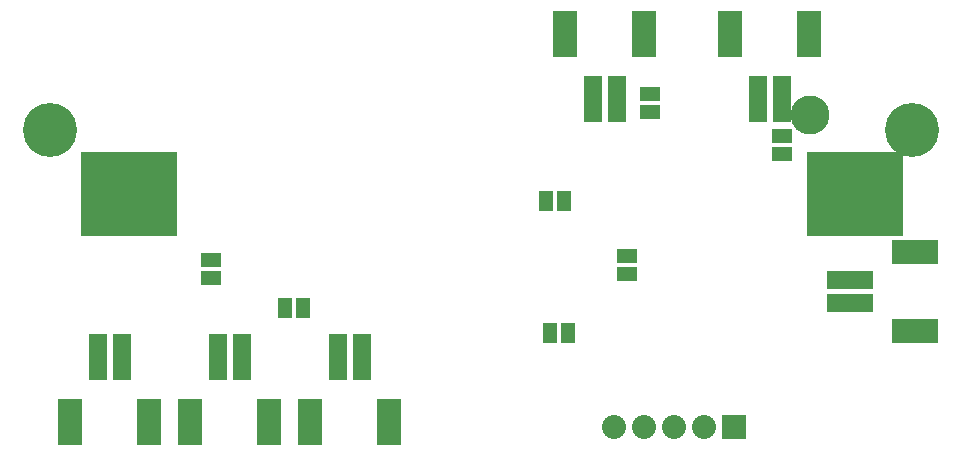
<source format=gbs>
G04 (created by PCBNEW-RS274X (2012-01-19 BZR 3256)-stable) date 5/26/2013 3:34:06 PM*
G01*
G70*
G90*
%MOIN*%
G04 Gerber Fmt 3.4, Leading zero omitted, Abs format*
%FSLAX34Y34*%
G04 APERTURE LIST*
%ADD10C,0.006000*%
%ADD11R,0.045000X0.065000*%
%ADD12R,0.065000X0.045000*%
%ADD13R,0.080000X0.080000*%
%ADD14C,0.080000*%
%ADD15R,0.059400X0.157800*%
%ADD16R,0.079100X0.153900*%
%ADD17R,0.157800X0.059400*%
%ADD18R,0.153900X0.079100*%
%ADD19C,0.180000*%
%ADD20R,0.320000X0.280000*%
%ADD21C,0.130000*%
G04 APERTURE END LIST*
G54D10*
G54D11*
X28260Y-20880D03*
X27660Y-20880D03*
X27528Y-16484D03*
X28128Y-16484D03*
G54D12*
X30224Y-18904D03*
X30224Y-18304D03*
X35400Y-14300D03*
X35400Y-14900D03*
X31000Y-13500D03*
X31000Y-12900D03*
G54D13*
X33800Y-24000D03*
G54D14*
X32800Y-24000D03*
X31800Y-24000D03*
X30800Y-24000D03*
X29800Y-24000D03*
G54D15*
X13394Y-21681D03*
X12606Y-21681D03*
G54D16*
X14319Y-23846D03*
X11681Y-23846D03*
G54D15*
X17394Y-21681D03*
X16606Y-21681D03*
G54D16*
X18319Y-23846D03*
X15681Y-23846D03*
G54D15*
X21394Y-21681D03*
X20606Y-21681D03*
G54D16*
X22319Y-23846D03*
X19681Y-23846D03*
G54D15*
X29106Y-13069D03*
X29894Y-13069D03*
G54D16*
X28181Y-10904D03*
X30819Y-10904D03*
G54D15*
X34606Y-13069D03*
X35394Y-13069D03*
G54D16*
X33681Y-10904D03*
X36319Y-10904D03*
G54D17*
X37681Y-19106D03*
X37681Y-19894D03*
G54D18*
X39846Y-18181D03*
X39846Y-20819D03*
G54D19*
X39750Y-14120D03*
X11000Y-14120D03*
G54D20*
X37850Y-16250D03*
X13650Y-16250D03*
G54D21*
X36350Y-13600D03*
G54D12*
X16360Y-18460D03*
X16360Y-19060D03*
G54D11*
X18820Y-20040D03*
X19420Y-20040D03*
M02*

</source>
